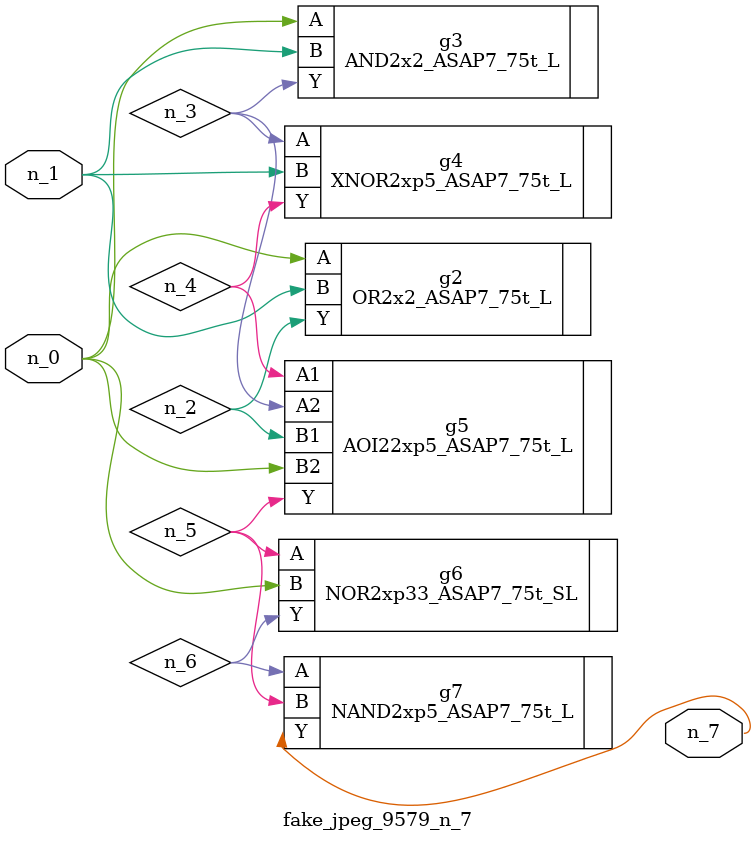
<source format=v>
module fake_jpeg_9579_n_7 (n_0, n_1, n_7);

input n_0;
input n_1;

output n_7;

wire n_2;
wire n_3;
wire n_4;
wire n_6;
wire n_5;

OR2x2_ASAP7_75t_L g2 ( 
.A(n_0),
.B(n_1),
.Y(n_2)
);

AND2x2_ASAP7_75t_L g3 ( 
.A(n_0),
.B(n_1),
.Y(n_3)
);

XNOR2xp5_ASAP7_75t_L g4 ( 
.A(n_3),
.B(n_1),
.Y(n_4)
);

AOI22xp5_ASAP7_75t_L g5 ( 
.A1(n_4),
.A2(n_3),
.B1(n_2),
.B2(n_0),
.Y(n_5)
);

NOR2xp33_ASAP7_75t_SL g6 ( 
.A(n_5),
.B(n_0),
.Y(n_6)
);

NAND2xp5_ASAP7_75t_L g7 ( 
.A(n_6),
.B(n_5),
.Y(n_7)
);


endmodule
</source>
